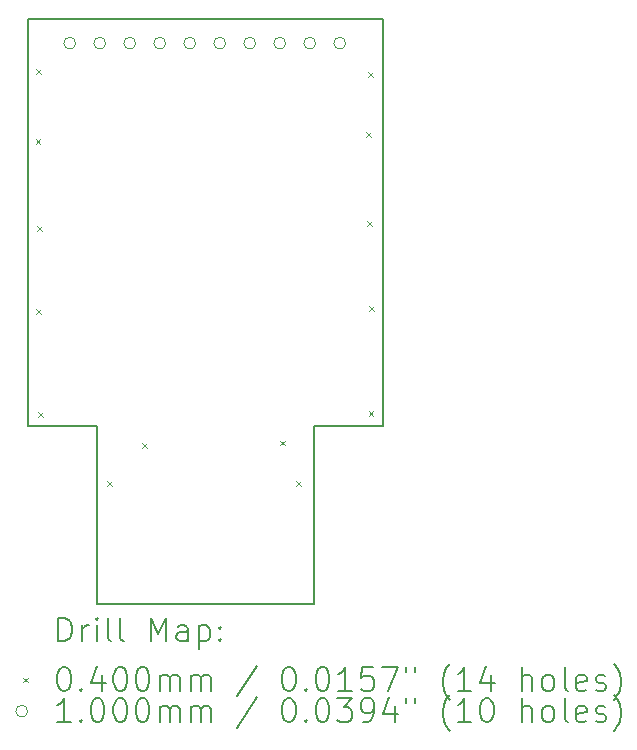
<source format=gbr>
%TF.GenerationSoftware,KiCad,Pcbnew,7.0.7*%
%TF.CreationDate,2024-03-08T17:36:48-05:00*%
%TF.ProjectId,MemcardBreakout,4d656d63-6172-4644-9272-65616b6f7574,rev?*%
%TF.SameCoordinates,Original*%
%TF.FileFunction,Drillmap*%
%TF.FilePolarity,Positive*%
%FSLAX45Y45*%
G04 Gerber Fmt 4.5, Leading zero omitted, Abs format (unit mm)*
G04 Created by KiCad (PCBNEW 7.0.7) date 2024-03-08 17:36:48*
%MOMM*%
%LPD*%
G01*
G04 APERTURE LIST*
%ADD10C,0.127000*%
%ADD11C,0.200000*%
%ADD12C,0.040000*%
%ADD13C,0.100000*%
G04 APERTURE END LIST*
D10*
X12854686Y-9042781D02*
X13434822Y-9042781D01*
X15274798Y-10546715D02*
X15274798Y-9042781D01*
X13434822Y-9042781D02*
X13434822Y-10546715D01*
X15854680Y-5592699D02*
X12854686Y-5592699D01*
X13434822Y-10546715D02*
X15274798Y-10546715D01*
X12854686Y-5592699D02*
X12854686Y-9042781D01*
X15274798Y-9042781D02*
X15854680Y-9042781D01*
X15854680Y-9042781D02*
X15854680Y-5592699D01*
D11*
D12*
X12916220Y-6611940D02*
X12956220Y-6651940D01*
X12956220Y-6611940D02*
X12916220Y-6651940D01*
X12918760Y-6020120D02*
X12958760Y-6060120D01*
X12958760Y-6020120D02*
X12918760Y-6060120D01*
X12921300Y-8054660D02*
X12961300Y-8094660D01*
X12961300Y-8054660D02*
X12921300Y-8094660D01*
X12928920Y-7353620D02*
X12968920Y-7393620D01*
X12968920Y-7353620D02*
X12928920Y-7393620D01*
X12936540Y-8925880D02*
X12976540Y-8965880D01*
X12976540Y-8925880D02*
X12936540Y-8965880D01*
X13523280Y-9507540D02*
X13563280Y-9547540D01*
X13563280Y-9507540D02*
X13523280Y-9547540D01*
X13817920Y-9187500D02*
X13857920Y-9227500D01*
X13857920Y-9187500D02*
X13817920Y-9227500D01*
X14983780Y-9167180D02*
X15023780Y-9207180D01*
X15023780Y-9167180D02*
X14983780Y-9207180D01*
X15120940Y-9507540D02*
X15160940Y-9547540D01*
X15160940Y-9507540D02*
X15120940Y-9547540D01*
X15717840Y-6556060D02*
X15757840Y-6596060D01*
X15757840Y-6556060D02*
X15717840Y-6596060D01*
X15722920Y-7305360D02*
X15762920Y-7345360D01*
X15762920Y-7305360D02*
X15722920Y-7345360D01*
X15733080Y-6045520D02*
X15773080Y-6085520D01*
X15773080Y-6045520D02*
X15733080Y-6085520D01*
X15735620Y-8918260D02*
X15775620Y-8958260D01*
X15775620Y-8918260D02*
X15735620Y-8958260D01*
X15740700Y-8026720D02*
X15780700Y-8066720D01*
X15780700Y-8026720D02*
X15740700Y-8066720D01*
D13*
X13255460Y-5801360D02*
G75*
G03*
X13255460Y-5801360I-50000J0D01*
G01*
X13509460Y-5801360D02*
G75*
G03*
X13509460Y-5801360I-50000J0D01*
G01*
X13763460Y-5801360D02*
G75*
G03*
X13763460Y-5801360I-50000J0D01*
G01*
X14017460Y-5801360D02*
G75*
G03*
X14017460Y-5801360I-50000J0D01*
G01*
X14271460Y-5801360D02*
G75*
G03*
X14271460Y-5801360I-50000J0D01*
G01*
X14525460Y-5801360D02*
G75*
G03*
X14525460Y-5801360I-50000J0D01*
G01*
X14779460Y-5801360D02*
G75*
G03*
X14779460Y-5801360I-50000J0D01*
G01*
X15033460Y-5801360D02*
G75*
G03*
X15033460Y-5801360I-50000J0D01*
G01*
X15287460Y-5801360D02*
G75*
G03*
X15287460Y-5801360I-50000J0D01*
G01*
X15541460Y-5801360D02*
G75*
G03*
X15541460Y-5801360I-50000J0D01*
G01*
D11*
X13109113Y-10864549D02*
X13109113Y-10664549D01*
X13109113Y-10664549D02*
X13156732Y-10664549D01*
X13156732Y-10664549D02*
X13185303Y-10674073D01*
X13185303Y-10674073D02*
X13204351Y-10693120D01*
X13204351Y-10693120D02*
X13213875Y-10712168D01*
X13213875Y-10712168D02*
X13223398Y-10750263D01*
X13223398Y-10750263D02*
X13223398Y-10778835D01*
X13223398Y-10778835D02*
X13213875Y-10816930D01*
X13213875Y-10816930D02*
X13204351Y-10835977D01*
X13204351Y-10835977D02*
X13185303Y-10855025D01*
X13185303Y-10855025D02*
X13156732Y-10864549D01*
X13156732Y-10864549D02*
X13109113Y-10864549D01*
X13309113Y-10864549D02*
X13309113Y-10731215D01*
X13309113Y-10769311D02*
X13318637Y-10750263D01*
X13318637Y-10750263D02*
X13328160Y-10740739D01*
X13328160Y-10740739D02*
X13347208Y-10731215D01*
X13347208Y-10731215D02*
X13366256Y-10731215D01*
X13432922Y-10864549D02*
X13432922Y-10731215D01*
X13432922Y-10664549D02*
X13423398Y-10674073D01*
X13423398Y-10674073D02*
X13432922Y-10683596D01*
X13432922Y-10683596D02*
X13442446Y-10674073D01*
X13442446Y-10674073D02*
X13432922Y-10664549D01*
X13432922Y-10664549D02*
X13432922Y-10683596D01*
X13556732Y-10864549D02*
X13537684Y-10855025D01*
X13537684Y-10855025D02*
X13528160Y-10835977D01*
X13528160Y-10835977D02*
X13528160Y-10664549D01*
X13661494Y-10864549D02*
X13642446Y-10855025D01*
X13642446Y-10855025D02*
X13632922Y-10835977D01*
X13632922Y-10835977D02*
X13632922Y-10664549D01*
X13890065Y-10864549D02*
X13890065Y-10664549D01*
X13890065Y-10664549D02*
X13956732Y-10807406D01*
X13956732Y-10807406D02*
X14023398Y-10664549D01*
X14023398Y-10664549D02*
X14023398Y-10864549D01*
X14204351Y-10864549D02*
X14204351Y-10759787D01*
X14204351Y-10759787D02*
X14194827Y-10740739D01*
X14194827Y-10740739D02*
X14175779Y-10731215D01*
X14175779Y-10731215D02*
X14137684Y-10731215D01*
X14137684Y-10731215D02*
X14118637Y-10740739D01*
X14204351Y-10855025D02*
X14185303Y-10864549D01*
X14185303Y-10864549D02*
X14137684Y-10864549D01*
X14137684Y-10864549D02*
X14118637Y-10855025D01*
X14118637Y-10855025D02*
X14109113Y-10835977D01*
X14109113Y-10835977D02*
X14109113Y-10816930D01*
X14109113Y-10816930D02*
X14118637Y-10797882D01*
X14118637Y-10797882D02*
X14137684Y-10788358D01*
X14137684Y-10788358D02*
X14185303Y-10788358D01*
X14185303Y-10788358D02*
X14204351Y-10778835D01*
X14299589Y-10731215D02*
X14299589Y-10931215D01*
X14299589Y-10740739D02*
X14318637Y-10731215D01*
X14318637Y-10731215D02*
X14356732Y-10731215D01*
X14356732Y-10731215D02*
X14375779Y-10740739D01*
X14375779Y-10740739D02*
X14385303Y-10750263D01*
X14385303Y-10750263D02*
X14394827Y-10769311D01*
X14394827Y-10769311D02*
X14394827Y-10826454D01*
X14394827Y-10826454D02*
X14385303Y-10845501D01*
X14385303Y-10845501D02*
X14375779Y-10855025D01*
X14375779Y-10855025D02*
X14356732Y-10864549D01*
X14356732Y-10864549D02*
X14318637Y-10864549D01*
X14318637Y-10864549D02*
X14299589Y-10855025D01*
X14480541Y-10845501D02*
X14490065Y-10855025D01*
X14490065Y-10855025D02*
X14480541Y-10864549D01*
X14480541Y-10864549D02*
X14471018Y-10855025D01*
X14471018Y-10855025D02*
X14480541Y-10845501D01*
X14480541Y-10845501D02*
X14480541Y-10864549D01*
X14480541Y-10740739D02*
X14490065Y-10750263D01*
X14490065Y-10750263D02*
X14480541Y-10759787D01*
X14480541Y-10759787D02*
X14471018Y-10750263D01*
X14471018Y-10750263D02*
X14480541Y-10740739D01*
X14480541Y-10740739D02*
X14480541Y-10759787D01*
D12*
X12808336Y-11173065D02*
X12848336Y-11213065D01*
X12848336Y-11173065D02*
X12808336Y-11213065D01*
D11*
X13147208Y-11084549D02*
X13166256Y-11084549D01*
X13166256Y-11084549D02*
X13185303Y-11094073D01*
X13185303Y-11094073D02*
X13194827Y-11103596D01*
X13194827Y-11103596D02*
X13204351Y-11122644D01*
X13204351Y-11122644D02*
X13213875Y-11160739D01*
X13213875Y-11160739D02*
X13213875Y-11208358D01*
X13213875Y-11208358D02*
X13204351Y-11246453D01*
X13204351Y-11246453D02*
X13194827Y-11265501D01*
X13194827Y-11265501D02*
X13185303Y-11275025D01*
X13185303Y-11275025D02*
X13166256Y-11284549D01*
X13166256Y-11284549D02*
X13147208Y-11284549D01*
X13147208Y-11284549D02*
X13128160Y-11275025D01*
X13128160Y-11275025D02*
X13118637Y-11265501D01*
X13118637Y-11265501D02*
X13109113Y-11246453D01*
X13109113Y-11246453D02*
X13099589Y-11208358D01*
X13099589Y-11208358D02*
X13099589Y-11160739D01*
X13099589Y-11160739D02*
X13109113Y-11122644D01*
X13109113Y-11122644D02*
X13118637Y-11103596D01*
X13118637Y-11103596D02*
X13128160Y-11094073D01*
X13128160Y-11094073D02*
X13147208Y-11084549D01*
X13299589Y-11265501D02*
X13309113Y-11275025D01*
X13309113Y-11275025D02*
X13299589Y-11284549D01*
X13299589Y-11284549D02*
X13290065Y-11275025D01*
X13290065Y-11275025D02*
X13299589Y-11265501D01*
X13299589Y-11265501D02*
X13299589Y-11284549D01*
X13480541Y-11151215D02*
X13480541Y-11284549D01*
X13432922Y-11075025D02*
X13385303Y-11217882D01*
X13385303Y-11217882D02*
X13509113Y-11217882D01*
X13623398Y-11084549D02*
X13642446Y-11084549D01*
X13642446Y-11084549D02*
X13661494Y-11094073D01*
X13661494Y-11094073D02*
X13671018Y-11103596D01*
X13671018Y-11103596D02*
X13680541Y-11122644D01*
X13680541Y-11122644D02*
X13690065Y-11160739D01*
X13690065Y-11160739D02*
X13690065Y-11208358D01*
X13690065Y-11208358D02*
X13680541Y-11246453D01*
X13680541Y-11246453D02*
X13671018Y-11265501D01*
X13671018Y-11265501D02*
X13661494Y-11275025D01*
X13661494Y-11275025D02*
X13642446Y-11284549D01*
X13642446Y-11284549D02*
X13623398Y-11284549D01*
X13623398Y-11284549D02*
X13604351Y-11275025D01*
X13604351Y-11275025D02*
X13594827Y-11265501D01*
X13594827Y-11265501D02*
X13585303Y-11246453D01*
X13585303Y-11246453D02*
X13575779Y-11208358D01*
X13575779Y-11208358D02*
X13575779Y-11160739D01*
X13575779Y-11160739D02*
X13585303Y-11122644D01*
X13585303Y-11122644D02*
X13594827Y-11103596D01*
X13594827Y-11103596D02*
X13604351Y-11094073D01*
X13604351Y-11094073D02*
X13623398Y-11084549D01*
X13813875Y-11084549D02*
X13832922Y-11084549D01*
X13832922Y-11084549D02*
X13851970Y-11094073D01*
X13851970Y-11094073D02*
X13861494Y-11103596D01*
X13861494Y-11103596D02*
X13871018Y-11122644D01*
X13871018Y-11122644D02*
X13880541Y-11160739D01*
X13880541Y-11160739D02*
X13880541Y-11208358D01*
X13880541Y-11208358D02*
X13871018Y-11246453D01*
X13871018Y-11246453D02*
X13861494Y-11265501D01*
X13861494Y-11265501D02*
X13851970Y-11275025D01*
X13851970Y-11275025D02*
X13832922Y-11284549D01*
X13832922Y-11284549D02*
X13813875Y-11284549D01*
X13813875Y-11284549D02*
X13794827Y-11275025D01*
X13794827Y-11275025D02*
X13785303Y-11265501D01*
X13785303Y-11265501D02*
X13775779Y-11246453D01*
X13775779Y-11246453D02*
X13766256Y-11208358D01*
X13766256Y-11208358D02*
X13766256Y-11160739D01*
X13766256Y-11160739D02*
X13775779Y-11122644D01*
X13775779Y-11122644D02*
X13785303Y-11103596D01*
X13785303Y-11103596D02*
X13794827Y-11094073D01*
X13794827Y-11094073D02*
X13813875Y-11084549D01*
X13966256Y-11284549D02*
X13966256Y-11151215D01*
X13966256Y-11170263D02*
X13975779Y-11160739D01*
X13975779Y-11160739D02*
X13994827Y-11151215D01*
X13994827Y-11151215D02*
X14023399Y-11151215D01*
X14023399Y-11151215D02*
X14042446Y-11160739D01*
X14042446Y-11160739D02*
X14051970Y-11179787D01*
X14051970Y-11179787D02*
X14051970Y-11284549D01*
X14051970Y-11179787D02*
X14061494Y-11160739D01*
X14061494Y-11160739D02*
X14080541Y-11151215D01*
X14080541Y-11151215D02*
X14109113Y-11151215D01*
X14109113Y-11151215D02*
X14128160Y-11160739D01*
X14128160Y-11160739D02*
X14137684Y-11179787D01*
X14137684Y-11179787D02*
X14137684Y-11284549D01*
X14232922Y-11284549D02*
X14232922Y-11151215D01*
X14232922Y-11170263D02*
X14242446Y-11160739D01*
X14242446Y-11160739D02*
X14261494Y-11151215D01*
X14261494Y-11151215D02*
X14290065Y-11151215D01*
X14290065Y-11151215D02*
X14309113Y-11160739D01*
X14309113Y-11160739D02*
X14318637Y-11179787D01*
X14318637Y-11179787D02*
X14318637Y-11284549D01*
X14318637Y-11179787D02*
X14328160Y-11160739D01*
X14328160Y-11160739D02*
X14347208Y-11151215D01*
X14347208Y-11151215D02*
X14375779Y-11151215D01*
X14375779Y-11151215D02*
X14394827Y-11160739D01*
X14394827Y-11160739D02*
X14404351Y-11179787D01*
X14404351Y-11179787D02*
X14404351Y-11284549D01*
X14794827Y-11075025D02*
X14623399Y-11332168D01*
X15051970Y-11084549D02*
X15071018Y-11084549D01*
X15071018Y-11084549D02*
X15090065Y-11094073D01*
X15090065Y-11094073D02*
X15099589Y-11103596D01*
X15099589Y-11103596D02*
X15109113Y-11122644D01*
X15109113Y-11122644D02*
X15118637Y-11160739D01*
X15118637Y-11160739D02*
X15118637Y-11208358D01*
X15118637Y-11208358D02*
X15109113Y-11246453D01*
X15109113Y-11246453D02*
X15099589Y-11265501D01*
X15099589Y-11265501D02*
X15090065Y-11275025D01*
X15090065Y-11275025D02*
X15071018Y-11284549D01*
X15071018Y-11284549D02*
X15051970Y-11284549D01*
X15051970Y-11284549D02*
X15032922Y-11275025D01*
X15032922Y-11275025D02*
X15023399Y-11265501D01*
X15023399Y-11265501D02*
X15013875Y-11246453D01*
X15013875Y-11246453D02*
X15004351Y-11208358D01*
X15004351Y-11208358D02*
X15004351Y-11160739D01*
X15004351Y-11160739D02*
X15013875Y-11122644D01*
X15013875Y-11122644D02*
X15023399Y-11103596D01*
X15023399Y-11103596D02*
X15032922Y-11094073D01*
X15032922Y-11094073D02*
X15051970Y-11084549D01*
X15204351Y-11265501D02*
X15213875Y-11275025D01*
X15213875Y-11275025D02*
X15204351Y-11284549D01*
X15204351Y-11284549D02*
X15194827Y-11275025D01*
X15194827Y-11275025D02*
X15204351Y-11265501D01*
X15204351Y-11265501D02*
X15204351Y-11284549D01*
X15337684Y-11084549D02*
X15356732Y-11084549D01*
X15356732Y-11084549D02*
X15375780Y-11094073D01*
X15375780Y-11094073D02*
X15385303Y-11103596D01*
X15385303Y-11103596D02*
X15394827Y-11122644D01*
X15394827Y-11122644D02*
X15404351Y-11160739D01*
X15404351Y-11160739D02*
X15404351Y-11208358D01*
X15404351Y-11208358D02*
X15394827Y-11246453D01*
X15394827Y-11246453D02*
X15385303Y-11265501D01*
X15385303Y-11265501D02*
X15375780Y-11275025D01*
X15375780Y-11275025D02*
X15356732Y-11284549D01*
X15356732Y-11284549D02*
X15337684Y-11284549D01*
X15337684Y-11284549D02*
X15318637Y-11275025D01*
X15318637Y-11275025D02*
X15309113Y-11265501D01*
X15309113Y-11265501D02*
X15299589Y-11246453D01*
X15299589Y-11246453D02*
X15290065Y-11208358D01*
X15290065Y-11208358D02*
X15290065Y-11160739D01*
X15290065Y-11160739D02*
X15299589Y-11122644D01*
X15299589Y-11122644D02*
X15309113Y-11103596D01*
X15309113Y-11103596D02*
X15318637Y-11094073D01*
X15318637Y-11094073D02*
X15337684Y-11084549D01*
X15594827Y-11284549D02*
X15480542Y-11284549D01*
X15537684Y-11284549D02*
X15537684Y-11084549D01*
X15537684Y-11084549D02*
X15518637Y-11113120D01*
X15518637Y-11113120D02*
X15499589Y-11132168D01*
X15499589Y-11132168D02*
X15480542Y-11141692D01*
X15775780Y-11084549D02*
X15680542Y-11084549D01*
X15680542Y-11084549D02*
X15671018Y-11179787D01*
X15671018Y-11179787D02*
X15680542Y-11170263D01*
X15680542Y-11170263D02*
X15699589Y-11160739D01*
X15699589Y-11160739D02*
X15747208Y-11160739D01*
X15747208Y-11160739D02*
X15766256Y-11170263D01*
X15766256Y-11170263D02*
X15775780Y-11179787D01*
X15775780Y-11179787D02*
X15785303Y-11198834D01*
X15785303Y-11198834D02*
X15785303Y-11246453D01*
X15785303Y-11246453D02*
X15775780Y-11265501D01*
X15775780Y-11265501D02*
X15766256Y-11275025D01*
X15766256Y-11275025D02*
X15747208Y-11284549D01*
X15747208Y-11284549D02*
X15699589Y-11284549D01*
X15699589Y-11284549D02*
X15680542Y-11275025D01*
X15680542Y-11275025D02*
X15671018Y-11265501D01*
X15851970Y-11084549D02*
X15985303Y-11084549D01*
X15985303Y-11084549D02*
X15899589Y-11284549D01*
X16051970Y-11084549D02*
X16051970Y-11122644D01*
X16128161Y-11084549D02*
X16128161Y-11122644D01*
X16423399Y-11360739D02*
X16413875Y-11351215D01*
X16413875Y-11351215D02*
X16394827Y-11322644D01*
X16394827Y-11322644D02*
X16385304Y-11303596D01*
X16385304Y-11303596D02*
X16375780Y-11275025D01*
X16375780Y-11275025D02*
X16366256Y-11227406D01*
X16366256Y-11227406D02*
X16366256Y-11189311D01*
X16366256Y-11189311D02*
X16375780Y-11141692D01*
X16375780Y-11141692D02*
X16385304Y-11113120D01*
X16385304Y-11113120D02*
X16394827Y-11094073D01*
X16394827Y-11094073D02*
X16413875Y-11065501D01*
X16413875Y-11065501D02*
X16423399Y-11055977D01*
X16604351Y-11284549D02*
X16490065Y-11284549D01*
X16547208Y-11284549D02*
X16547208Y-11084549D01*
X16547208Y-11084549D02*
X16528161Y-11113120D01*
X16528161Y-11113120D02*
X16509113Y-11132168D01*
X16509113Y-11132168D02*
X16490065Y-11141692D01*
X16775780Y-11151215D02*
X16775780Y-11284549D01*
X16728161Y-11075025D02*
X16680542Y-11217882D01*
X16680542Y-11217882D02*
X16804351Y-11217882D01*
X17032923Y-11284549D02*
X17032923Y-11084549D01*
X17118637Y-11284549D02*
X17118637Y-11179787D01*
X17118637Y-11179787D02*
X17109113Y-11160739D01*
X17109113Y-11160739D02*
X17090066Y-11151215D01*
X17090066Y-11151215D02*
X17061494Y-11151215D01*
X17061494Y-11151215D02*
X17042447Y-11160739D01*
X17042447Y-11160739D02*
X17032923Y-11170263D01*
X17242447Y-11284549D02*
X17223399Y-11275025D01*
X17223399Y-11275025D02*
X17213875Y-11265501D01*
X17213875Y-11265501D02*
X17204351Y-11246453D01*
X17204351Y-11246453D02*
X17204351Y-11189311D01*
X17204351Y-11189311D02*
X17213875Y-11170263D01*
X17213875Y-11170263D02*
X17223399Y-11160739D01*
X17223399Y-11160739D02*
X17242447Y-11151215D01*
X17242447Y-11151215D02*
X17271018Y-11151215D01*
X17271018Y-11151215D02*
X17290066Y-11160739D01*
X17290066Y-11160739D02*
X17299589Y-11170263D01*
X17299589Y-11170263D02*
X17309113Y-11189311D01*
X17309113Y-11189311D02*
X17309113Y-11246453D01*
X17309113Y-11246453D02*
X17299589Y-11265501D01*
X17299589Y-11265501D02*
X17290066Y-11275025D01*
X17290066Y-11275025D02*
X17271018Y-11284549D01*
X17271018Y-11284549D02*
X17242447Y-11284549D01*
X17423399Y-11284549D02*
X17404351Y-11275025D01*
X17404351Y-11275025D02*
X17394828Y-11255977D01*
X17394828Y-11255977D02*
X17394828Y-11084549D01*
X17575780Y-11275025D02*
X17556732Y-11284549D01*
X17556732Y-11284549D02*
X17518637Y-11284549D01*
X17518637Y-11284549D02*
X17499589Y-11275025D01*
X17499589Y-11275025D02*
X17490066Y-11255977D01*
X17490066Y-11255977D02*
X17490066Y-11179787D01*
X17490066Y-11179787D02*
X17499589Y-11160739D01*
X17499589Y-11160739D02*
X17518637Y-11151215D01*
X17518637Y-11151215D02*
X17556732Y-11151215D01*
X17556732Y-11151215D02*
X17575780Y-11160739D01*
X17575780Y-11160739D02*
X17585304Y-11179787D01*
X17585304Y-11179787D02*
X17585304Y-11198834D01*
X17585304Y-11198834D02*
X17490066Y-11217882D01*
X17661494Y-11275025D02*
X17680542Y-11284549D01*
X17680542Y-11284549D02*
X17718637Y-11284549D01*
X17718637Y-11284549D02*
X17737685Y-11275025D01*
X17737685Y-11275025D02*
X17747209Y-11255977D01*
X17747209Y-11255977D02*
X17747209Y-11246453D01*
X17747209Y-11246453D02*
X17737685Y-11227406D01*
X17737685Y-11227406D02*
X17718637Y-11217882D01*
X17718637Y-11217882D02*
X17690066Y-11217882D01*
X17690066Y-11217882D02*
X17671018Y-11208358D01*
X17671018Y-11208358D02*
X17661494Y-11189311D01*
X17661494Y-11189311D02*
X17661494Y-11179787D01*
X17661494Y-11179787D02*
X17671018Y-11160739D01*
X17671018Y-11160739D02*
X17690066Y-11151215D01*
X17690066Y-11151215D02*
X17718637Y-11151215D01*
X17718637Y-11151215D02*
X17737685Y-11160739D01*
X17813875Y-11360739D02*
X17823399Y-11351215D01*
X17823399Y-11351215D02*
X17842447Y-11322644D01*
X17842447Y-11322644D02*
X17851970Y-11303596D01*
X17851970Y-11303596D02*
X17861494Y-11275025D01*
X17861494Y-11275025D02*
X17871018Y-11227406D01*
X17871018Y-11227406D02*
X17871018Y-11189311D01*
X17871018Y-11189311D02*
X17861494Y-11141692D01*
X17861494Y-11141692D02*
X17851970Y-11113120D01*
X17851970Y-11113120D02*
X17842447Y-11094073D01*
X17842447Y-11094073D02*
X17823399Y-11065501D01*
X17823399Y-11065501D02*
X17813875Y-11055977D01*
D13*
X12848336Y-11457065D02*
G75*
G03*
X12848336Y-11457065I-50000J0D01*
G01*
D11*
X13213875Y-11548549D02*
X13099589Y-11548549D01*
X13156732Y-11548549D02*
X13156732Y-11348549D01*
X13156732Y-11348549D02*
X13137684Y-11377120D01*
X13137684Y-11377120D02*
X13118637Y-11396168D01*
X13118637Y-11396168D02*
X13099589Y-11405692D01*
X13299589Y-11529501D02*
X13309113Y-11539025D01*
X13309113Y-11539025D02*
X13299589Y-11548549D01*
X13299589Y-11548549D02*
X13290065Y-11539025D01*
X13290065Y-11539025D02*
X13299589Y-11529501D01*
X13299589Y-11529501D02*
X13299589Y-11548549D01*
X13432922Y-11348549D02*
X13451970Y-11348549D01*
X13451970Y-11348549D02*
X13471018Y-11358073D01*
X13471018Y-11358073D02*
X13480541Y-11367596D01*
X13480541Y-11367596D02*
X13490065Y-11386644D01*
X13490065Y-11386644D02*
X13499589Y-11424739D01*
X13499589Y-11424739D02*
X13499589Y-11472358D01*
X13499589Y-11472358D02*
X13490065Y-11510453D01*
X13490065Y-11510453D02*
X13480541Y-11529501D01*
X13480541Y-11529501D02*
X13471018Y-11539025D01*
X13471018Y-11539025D02*
X13451970Y-11548549D01*
X13451970Y-11548549D02*
X13432922Y-11548549D01*
X13432922Y-11548549D02*
X13413875Y-11539025D01*
X13413875Y-11539025D02*
X13404351Y-11529501D01*
X13404351Y-11529501D02*
X13394827Y-11510453D01*
X13394827Y-11510453D02*
X13385303Y-11472358D01*
X13385303Y-11472358D02*
X13385303Y-11424739D01*
X13385303Y-11424739D02*
X13394827Y-11386644D01*
X13394827Y-11386644D02*
X13404351Y-11367596D01*
X13404351Y-11367596D02*
X13413875Y-11358073D01*
X13413875Y-11358073D02*
X13432922Y-11348549D01*
X13623398Y-11348549D02*
X13642446Y-11348549D01*
X13642446Y-11348549D02*
X13661494Y-11358073D01*
X13661494Y-11358073D02*
X13671018Y-11367596D01*
X13671018Y-11367596D02*
X13680541Y-11386644D01*
X13680541Y-11386644D02*
X13690065Y-11424739D01*
X13690065Y-11424739D02*
X13690065Y-11472358D01*
X13690065Y-11472358D02*
X13680541Y-11510453D01*
X13680541Y-11510453D02*
X13671018Y-11529501D01*
X13671018Y-11529501D02*
X13661494Y-11539025D01*
X13661494Y-11539025D02*
X13642446Y-11548549D01*
X13642446Y-11548549D02*
X13623398Y-11548549D01*
X13623398Y-11548549D02*
X13604351Y-11539025D01*
X13604351Y-11539025D02*
X13594827Y-11529501D01*
X13594827Y-11529501D02*
X13585303Y-11510453D01*
X13585303Y-11510453D02*
X13575779Y-11472358D01*
X13575779Y-11472358D02*
X13575779Y-11424739D01*
X13575779Y-11424739D02*
X13585303Y-11386644D01*
X13585303Y-11386644D02*
X13594827Y-11367596D01*
X13594827Y-11367596D02*
X13604351Y-11358073D01*
X13604351Y-11358073D02*
X13623398Y-11348549D01*
X13813875Y-11348549D02*
X13832922Y-11348549D01*
X13832922Y-11348549D02*
X13851970Y-11358073D01*
X13851970Y-11358073D02*
X13861494Y-11367596D01*
X13861494Y-11367596D02*
X13871018Y-11386644D01*
X13871018Y-11386644D02*
X13880541Y-11424739D01*
X13880541Y-11424739D02*
X13880541Y-11472358D01*
X13880541Y-11472358D02*
X13871018Y-11510453D01*
X13871018Y-11510453D02*
X13861494Y-11529501D01*
X13861494Y-11529501D02*
X13851970Y-11539025D01*
X13851970Y-11539025D02*
X13832922Y-11548549D01*
X13832922Y-11548549D02*
X13813875Y-11548549D01*
X13813875Y-11548549D02*
X13794827Y-11539025D01*
X13794827Y-11539025D02*
X13785303Y-11529501D01*
X13785303Y-11529501D02*
X13775779Y-11510453D01*
X13775779Y-11510453D02*
X13766256Y-11472358D01*
X13766256Y-11472358D02*
X13766256Y-11424739D01*
X13766256Y-11424739D02*
X13775779Y-11386644D01*
X13775779Y-11386644D02*
X13785303Y-11367596D01*
X13785303Y-11367596D02*
X13794827Y-11358073D01*
X13794827Y-11358073D02*
X13813875Y-11348549D01*
X13966256Y-11548549D02*
X13966256Y-11415215D01*
X13966256Y-11434263D02*
X13975779Y-11424739D01*
X13975779Y-11424739D02*
X13994827Y-11415215D01*
X13994827Y-11415215D02*
X14023399Y-11415215D01*
X14023399Y-11415215D02*
X14042446Y-11424739D01*
X14042446Y-11424739D02*
X14051970Y-11443787D01*
X14051970Y-11443787D02*
X14051970Y-11548549D01*
X14051970Y-11443787D02*
X14061494Y-11424739D01*
X14061494Y-11424739D02*
X14080541Y-11415215D01*
X14080541Y-11415215D02*
X14109113Y-11415215D01*
X14109113Y-11415215D02*
X14128160Y-11424739D01*
X14128160Y-11424739D02*
X14137684Y-11443787D01*
X14137684Y-11443787D02*
X14137684Y-11548549D01*
X14232922Y-11548549D02*
X14232922Y-11415215D01*
X14232922Y-11434263D02*
X14242446Y-11424739D01*
X14242446Y-11424739D02*
X14261494Y-11415215D01*
X14261494Y-11415215D02*
X14290065Y-11415215D01*
X14290065Y-11415215D02*
X14309113Y-11424739D01*
X14309113Y-11424739D02*
X14318637Y-11443787D01*
X14318637Y-11443787D02*
X14318637Y-11548549D01*
X14318637Y-11443787D02*
X14328160Y-11424739D01*
X14328160Y-11424739D02*
X14347208Y-11415215D01*
X14347208Y-11415215D02*
X14375779Y-11415215D01*
X14375779Y-11415215D02*
X14394827Y-11424739D01*
X14394827Y-11424739D02*
X14404351Y-11443787D01*
X14404351Y-11443787D02*
X14404351Y-11548549D01*
X14794827Y-11339025D02*
X14623399Y-11596168D01*
X15051970Y-11348549D02*
X15071018Y-11348549D01*
X15071018Y-11348549D02*
X15090065Y-11358073D01*
X15090065Y-11358073D02*
X15099589Y-11367596D01*
X15099589Y-11367596D02*
X15109113Y-11386644D01*
X15109113Y-11386644D02*
X15118637Y-11424739D01*
X15118637Y-11424739D02*
X15118637Y-11472358D01*
X15118637Y-11472358D02*
X15109113Y-11510453D01*
X15109113Y-11510453D02*
X15099589Y-11529501D01*
X15099589Y-11529501D02*
X15090065Y-11539025D01*
X15090065Y-11539025D02*
X15071018Y-11548549D01*
X15071018Y-11548549D02*
X15051970Y-11548549D01*
X15051970Y-11548549D02*
X15032922Y-11539025D01*
X15032922Y-11539025D02*
X15023399Y-11529501D01*
X15023399Y-11529501D02*
X15013875Y-11510453D01*
X15013875Y-11510453D02*
X15004351Y-11472358D01*
X15004351Y-11472358D02*
X15004351Y-11424739D01*
X15004351Y-11424739D02*
X15013875Y-11386644D01*
X15013875Y-11386644D02*
X15023399Y-11367596D01*
X15023399Y-11367596D02*
X15032922Y-11358073D01*
X15032922Y-11358073D02*
X15051970Y-11348549D01*
X15204351Y-11529501D02*
X15213875Y-11539025D01*
X15213875Y-11539025D02*
X15204351Y-11548549D01*
X15204351Y-11548549D02*
X15194827Y-11539025D01*
X15194827Y-11539025D02*
X15204351Y-11529501D01*
X15204351Y-11529501D02*
X15204351Y-11548549D01*
X15337684Y-11348549D02*
X15356732Y-11348549D01*
X15356732Y-11348549D02*
X15375780Y-11358073D01*
X15375780Y-11358073D02*
X15385303Y-11367596D01*
X15385303Y-11367596D02*
X15394827Y-11386644D01*
X15394827Y-11386644D02*
X15404351Y-11424739D01*
X15404351Y-11424739D02*
X15404351Y-11472358D01*
X15404351Y-11472358D02*
X15394827Y-11510453D01*
X15394827Y-11510453D02*
X15385303Y-11529501D01*
X15385303Y-11529501D02*
X15375780Y-11539025D01*
X15375780Y-11539025D02*
X15356732Y-11548549D01*
X15356732Y-11548549D02*
X15337684Y-11548549D01*
X15337684Y-11548549D02*
X15318637Y-11539025D01*
X15318637Y-11539025D02*
X15309113Y-11529501D01*
X15309113Y-11529501D02*
X15299589Y-11510453D01*
X15299589Y-11510453D02*
X15290065Y-11472358D01*
X15290065Y-11472358D02*
X15290065Y-11424739D01*
X15290065Y-11424739D02*
X15299589Y-11386644D01*
X15299589Y-11386644D02*
X15309113Y-11367596D01*
X15309113Y-11367596D02*
X15318637Y-11358073D01*
X15318637Y-11358073D02*
X15337684Y-11348549D01*
X15471018Y-11348549D02*
X15594827Y-11348549D01*
X15594827Y-11348549D02*
X15528161Y-11424739D01*
X15528161Y-11424739D02*
X15556732Y-11424739D01*
X15556732Y-11424739D02*
X15575780Y-11434263D01*
X15575780Y-11434263D02*
X15585303Y-11443787D01*
X15585303Y-11443787D02*
X15594827Y-11462834D01*
X15594827Y-11462834D02*
X15594827Y-11510453D01*
X15594827Y-11510453D02*
X15585303Y-11529501D01*
X15585303Y-11529501D02*
X15575780Y-11539025D01*
X15575780Y-11539025D02*
X15556732Y-11548549D01*
X15556732Y-11548549D02*
X15499589Y-11548549D01*
X15499589Y-11548549D02*
X15480542Y-11539025D01*
X15480542Y-11539025D02*
X15471018Y-11529501D01*
X15690065Y-11548549D02*
X15728161Y-11548549D01*
X15728161Y-11548549D02*
X15747208Y-11539025D01*
X15747208Y-11539025D02*
X15756732Y-11529501D01*
X15756732Y-11529501D02*
X15775780Y-11500930D01*
X15775780Y-11500930D02*
X15785303Y-11462834D01*
X15785303Y-11462834D02*
X15785303Y-11386644D01*
X15785303Y-11386644D02*
X15775780Y-11367596D01*
X15775780Y-11367596D02*
X15766256Y-11358073D01*
X15766256Y-11358073D02*
X15747208Y-11348549D01*
X15747208Y-11348549D02*
X15709113Y-11348549D01*
X15709113Y-11348549D02*
X15690065Y-11358073D01*
X15690065Y-11358073D02*
X15680542Y-11367596D01*
X15680542Y-11367596D02*
X15671018Y-11386644D01*
X15671018Y-11386644D02*
X15671018Y-11434263D01*
X15671018Y-11434263D02*
X15680542Y-11453311D01*
X15680542Y-11453311D02*
X15690065Y-11462834D01*
X15690065Y-11462834D02*
X15709113Y-11472358D01*
X15709113Y-11472358D02*
X15747208Y-11472358D01*
X15747208Y-11472358D02*
X15766256Y-11462834D01*
X15766256Y-11462834D02*
X15775780Y-11453311D01*
X15775780Y-11453311D02*
X15785303Y-11434263D01*
X15956732Y-11415215D02*
X15956732Y-11548549D01*
X15909113Y-11339025D02*
X15861494Y-11481882D01*
X15861494Y-11481882D02*
X15985303Y-11481882D01*
X16051970Y-11348549D02*
X16051970Y-11386644D01*
X16128161Y-11348549D02*
X16128161Y-11386644D01*
X16423399Y-11624739D02*
X16413875Y-11615215D01*
X16413875Y-11615215D02*
X16394827Y-11586644D01*
X16394827Y-11586644D02*
X16385304Y-11567596D01*
X16385304Y-11567596D02*
X16375780Y-11539025D01*
X16375780Y-11539025D02*
X16366256Y-11491406D01*
X16366256Y-11491406D02*
X16366256Y-11453311D01*
X16366256Y-11453311D02*
X16375780Y-11405692D01*
X16375780Y-11405692D02*
X16385304Y-11377120D01*
X16385304Y-11377120D02*
X16394827Y-11358073D01*
X16394827Y-11358073D02*
X16413875Y-11329501D01*
X16413875Y-11329501D02*
X16423399Y-11319977D01*
X16604351Y-11548549D02*
X16490065Y-11548549D01*
X16547208Y-11548549D02*
X16547208Y-11348549D01*
X16547208Y-11348549D02*
X16528161Y-11377120D01*
X16528161Y-11377120D02*
X16509113Y-11396168D01*
X16509113Y-11396168D02*
X16490065Y-11405692D01*
X16728161Y-11348549D02*
X16747208Y-11348549D01*
X16747208Y-11348549D02*
X16766256Y-11358073D01*
X16766256Y-11358073D02*
X16775780Y-11367596D01*
X16775780Y-11367596D02*
X16785304Y-11386644D01*
X16785304Y-11386644D02*
X16794827Y-11424739D01*
X16794827Y-11424739D02*
X16794827Y-11472358D01*
X16794827Y-11472358D02*
X16785304Y-11510453D01*
X16785304Y-11510453D02*
X16775780Y-11529501D01*
X16775780Y-11529501D02*
X16766256Y-11539025D01*
X16766256Y-11539025D02*
X16747208Y-11548549D01*
X16747208Y-11548549D02*
X16728161Y-11548549D01*
X16728161Y-11548549D02*
X16709113Y-11539025D01*
X16709113Y-11539025D02*
X16699589Y-11529501D01*
X16699589Y-11529501D02*
X16690065Y-11510453D01*
X16690065Y-11510453D02*
X16680542Y-11472358D01*
X16680542Y-11472358D02*
X16680542Y-11424739D01*
X16680542Y-11424739D02*
X16690065Y-11386644D01*
X16690065Y-11386644D02*
X16699589Y-11367596D01*
X16699589Y-11367596D02*
X16709113Y-11358073D01*
X16709113Y-11358073D02*
X16728161Y-11348549D01*
X17032923Y-11548549D02*
X17032923Y-11348549D01*
X17118637Y-11548549D02*
X17118637Y-11443787D01*
X17118637Y-11443787D02*
X17109113Y-11424739D01*
X17109113Y-11424739D02*
X17090066Y-11415215D01*
X17090066Y-11415215D02*
X17061494Y-11415215D01*
X17061494Y-11415215D02*
X17042447Y-11424739D01*
X17042447Y-11424739D02*
X17032923Y-11434263D01*
X17242447Y-11548549D02*
X17223399Y-11539025D01*
X17223399Y-11539025D02*
X17213875Y-11529501D01*
X17213875Y-11529501D02*
X17204351Y-11510453D01*
X17204351Y-11510453D02*
X17204351Y-11453311D01*
X17204351Y-11453311D02*
X17213875Y-11434263D01*
X17213875Y-11434263D02*
X17223399Y-11424739D01*
X17223399Y-11424739D02*
X17242447Y-11415215D01*
X17242447Y-11415215D02*
X17271018Y-11415215D01*
X17271018Y-11415215D02*
X17290066Y-11424739D01*
X17290066Y-11424739D02*
X17299589Y-11434263D01*
X17299589Y-11434263D02*
X17309113Y-11453311D01*
X17309113Y-11453311D02*
X17309113Y-11510453D01*
X17309113Y-11510453D02*
X17299589Y-11529501D01*
X17299589Y-11529501D02*
X17290066Y-11539025D01*
X17290066Y-11539025D02*
X17271018Y-11548549D01*
X17271018Y-11548549D02*
X17242447Y-11548549D01*
X17423399Y-11548549D02*
X17404351Y-11539025D01*
X17404351Y-11539025D02*
X17394828Y-11519977D01*
X17394828Y-11519977D02*
X17394828Y-11348549D01*
X17575780Y-11539025D02*
X17556732Y-11548549D01*
X17556732Y-11548549D02*
X17518637Y-11548549D01*
X17518637Y-11548549D02*
X17499589Y-11539025D01*
X17499589Y-11539025D02*
X17490066Y-11519977D01*
X17490066Y-11519977D02*
X17490066Y-11443787D01*
X17490066Y-11443787D02*
X17499589Y-11424739D01*
X17499589Y-11424739D02*
X17518637Y-11415215D01*
X17518637Y-11415215D02*
X17556732Y-11415215D01*
X17556732Y-11415215D02*
X17575780Y-11424739D01*
X17575780Y-11424739D02*
X17585304Y-11443787D01*
X17585304Y-11443787D02*
X17585304Y-11462834D01*
X17585304Y-11462834D02*
X17490066Y-11481882D01*
X17661494Y-11539025D02*
X17680542Y-11548549D01*
X17680542Y-11548549D02*
X17718637Y-11548549D01*
X17718637Y-11548549D02*
X17737685Y-11539025D01*
X17737685Y-11539025D02*
X17747209Y-11519977D01*
X17747209Y-11519977D02*
X17747209Y-11510453D01*
X17747209Y-11510453D02*
X17737685Y-11491406D01*
X17737685Y-11491406D02*
X17718637Y-11481882D01*
X17718637Y-11481882D02*
X17690066Y-11481882D01*
X17690066Y-11481882D02*
X17671018Y-11472358D01*
X17671018Y-11472358D02*
X17661494Y-11453311D01*
X17661494Y-11453311D02*
X17661494Y-11443787D01*
X17661494Y-11443787D02*
X17671018Y-11424739D01*
X17671018Y-11424739D02*
X17690066Y-11415215D01*
X17690066Y-11415215D02*
X17718637Y-11415215D01*
X17718637Y-11415215D02*
X17737685Y-11424739D01*
X17813875Y-11624739D02*
X17823399Y-11615215D01*
X17823399Y-11615215D02*
X17842447Y-11586644D01*
X17842447Y-11586644D02*
X17851970Y-11567596D01*
X17851970Y-11567596D02*
X17861494Y-11539025D01*
X17861494Y-11539025D02*
X17871018Y-11491406D01*
X17871018Y-11491406D02*
X17871018Y-11453311D01*
X17871018Y-11453311D02*
X17861494Y-11405692D01*
X17861494Y-11405692D02*
X17851970Y-11377120D01*
X17851970Y-11377120D02*
X17842447Y-11358073D01*
X17842447Y-11358073D02*
X17823399Y-11329501D01*
X17823399Y-11329501D02*
X17813875Y-11319977D01*
M02*

</source>
